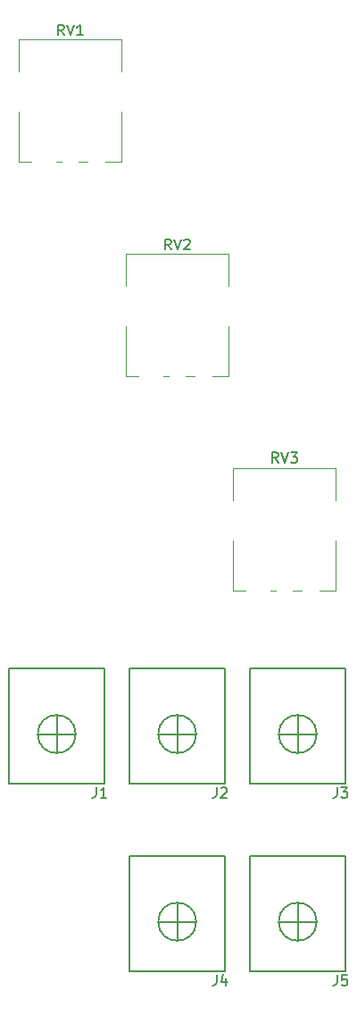
<source format=gto>
G04 #@! TF.GenerationSoftware,KiCad,Pcbnew,6.0.0-d3dd2cf0fa~116~ubuntu20.04.1*
G04 #@! TF.CreationDate,2022-01-02T10:52:25-05:00*
G04 #@! TF.ProjectId,basic_mixer,62617369-635f-46d6-9978-65722e6b6963,0*
G04 #@! TF.SameCoordinates,Original*
G04 #@! TF.FileFunction,Legend,Top*
G04 #@! TF.FilePolarity,Positive*
%FSLAX46Y46*%
G04 Gerber Fmt 4.6, Leading zero omitted, Abs format (unit mm)*
G04 Created by KiCad (PCBNEW 6.0.0-d3dd2cf0fa~116~ubuntu20.04.1) date 2022-01-02 10:52:25*
%MOMM*%
%LPD*%
G01*
G04 APERTURE LIST*
%ADD10C,0.150000*%
%ADD11C,0.120000*%
%ADD12C,1.800000*%
%ADD13O,2.720000X3.240000*%
%ADD14R,1.800000X1.800000*%
%ADD15R,1.700000X1.700000*%
%ADD16O,1.700000X1.700000*%
G04 APERTURE END LIST*
D10*
X148510666Y-115530380D02*
X148510666Y-116244666D01*
X148463047Y-116387523D01*
X148367809Y-116482761D01*
X148224952Y-116530380D01*
X148129714Y-116530380D01*
X148891619Y-115530380D02*
X149510666Y-115530380D01*
X149177333Y-115911333D01*
X149320190Y-115911333D01*
X149415428Y-115958952D01*
X149463047Y-116006571D01*
X149510666Y-116101809D01*
X149510666Y-116339904D01*
X149463047Y-116435142D01*
X149415428Y-116482761D01*
X149320190Y-116530380D01*
X149034476Y-116530380D01*
X148939238Y-116482761D01*
X148891619Y-116435142D01*
X137080666Y-133310380D02*
X137080666Y-134024666D01*
X137033047Y-134167523D01*
X136937809Y-134262761D01*
X136794952Y-134310380D01*
X136699714Y-134310380D01*
X137985428Y-133643714D02*
X137985428Y-134310380D01*
X137747333Y-133262761D02*
X137509238Y-133977047D01*
X138128285Y-133977047D01*
X132754761Y-64587380D02*
X132421428Y-64111190D01*
X132183333Y-64587380D02*
X132183333Y-63587380D01*
X132564285Y-63587380D01*
X132659523Y-63635000D01*
X132707142Y-63682619D01*
X132754761Y-63777857D01*
X132754761Y-63920714D01*
X132707142Y-64015952D01*
X132659523Y-64063571D01*
X132564285Y-64111190D01*
X132183333Y-64111190D01*
X133040476Y-63587380D02*
X133373809Y-64587380D01*
X133707142Y-63587380D01*
X133992857Y-63682619D02*
X134040476Y-63635000D01*
X134135714Y-63587380D01*
X134373809Y-63587380D01*
X134469047Y-63635000D01*
X134516666Y-63682619D01*
X134564285Y-63777857D01*
X134564285Y-63873095D01*
X134516666Y-64015952D01*
X133945238Y-64587380D01*
X134564285Y-64587380D01*
X125650666Y-115530380D02*
X125650666Y-116244666D01*
X125603047Y-116387523D01*
X125507809Y-116482761D01*
X125364952Y-116530380D01*
X125269714Y-116530380D01*
X126650666Y-116530380D02*
X126079238Y-116530380D01*
X126364952Y-116530380D02*
X126364952Y-115530380D01*
X126269714Y-115673238D01*
X126174476Y-115768476D01*
X126079238Y-115816095D01*
X137080666Y-115530380D02*
X137080666Y-116244666D01*
X137033047Y-116387523D01*
X136937809Y-116482761D01*
X136794952Y-116530380D01*
X136699714Y-116530380D01*
X137509238Y-115625619D02*
X137556857Y-115578000D01*
X137652095Y-115530380D01*
X137890190Y-115530380D01*
X137985428Y-115578000D01*
X138033047Y-115625619D01*
X138080666Y-115720857D01*
X138080666Y-115816095D01*
X138033047Y-115958952D01*
X137461619Y-116530380D01*
X138080666Y-116530380D01*
X142914761Y-84780380D02*
X142581428Y-84304190D01*
X142343333Y-84780380D02*
X142343333Y-83780380D01*
X142724285Y-83780380D01*
X142819523Y-83828000D01*
X142867142Y-83875619D01*
X142914761Y-83970857D01*
X142914761Y-84113714D01*
X142867142Y-84208952D01*
X142819523Y-84256571D01*
X142724285Y-84304190D01*
X142343333Y-84304190D01*
X143200476Y-83780380D02*
X143533809Y-84780380D01*
X143867142Y-83780380D01*
X144105238Y-83780380D02*
X144724285Y-83780380D01*
X144390952Y-84161333D01*
X144533809Y-84161333D01*
X144629047Y-84208952D01*
X144676666Y-84256571D01*
X144724285Y-84351809D01*
X144724285Y-84589904D01*
X144676666Y-84685142D01*
X144629047Y-84732761D01*
X144533809Y-84780380D01*
X144248095Y-84780380D01*
X144152857Y-84732761D01*
X144105238Y-84685142D01*
X148510666Y-133310380D02*
X148510666Y-134024666D01*
X148463047Y-134167523D01*
X148367809Y-134262761D01*
X148224952Y-134310380D01*
X148129714Y-134310380D01*
X149463047Y-133310380D02*
X148986857Y-133310380D01*
X148939238Y-133786571D01*
X148986857Y-133738952D01*
X149082095Y-133691333D01*
X149320190Y-133691333D01*
X149415428Y-133738952D01*
X149463047Y-133786571D01*
X149510666Y-133881809D01*
X149510666Y-134119904D01*
X149463047Y-134215142D01*
X149415428Y-134262761D01*
X149320190Y-134310380D01*
X149082095Y-134310380D01*
X148986857Y-134262761D01*
X148939238Y-134215142D01*
X122594761Y-44267380D02*
X122261428Y-43791190D01*
X122023333Y-44267380D02*
X122023333Y-43267380D01*
X122404285Y-43267380D01*
X122499523Y-43315000D01*
X122547142Y-43362619D01*
X122594761Y-43457857D01*
X122594761Y-43600714D01*
X122547142Y-43695952D01*
X122499523Y-43743571D01*
X122404285Y-43791190D01*
X122023333Y-43791190D01*
X122880476Y-43267380D02*
X123213809Y-44267380D01*
X123547142Y-43267380D01*
X124404285Y-44267380D02*
X123832857Y-44267380D01*
X124118571Y-44267380D02*
X124118571Y-43267380D01*
X124023333Y-43410238D01*
X123928095Y-43505476D01*
X123832857Y-43553095D01*
X140280000Y-115190000D02*
X149280000Y-115190000D01*
X140280000Y-104290000D02*
X140280000Y-115190000D01*
X149280000Y-104290000D02*
X149280000Y-115190000D01*
X144780000Y-108690000D02*
X144780000Y-112290000D01*
X142980000Y-110490000D02*
X146580000Y-110490000D01*
X140280000Y-104290000D02*
X149280000Y-104290000D01*
X146580000Y-110490000D02*
G75*
G03*
X146580000Y-110490000I-1800000J0D01*
G01*
X128850000Y-122070000D02*
X137850000Y-122070000D01*
X128850000Y-122070000D02*
X128850000Y-132970000D01*
X131550000Y-128270000D02*
X135150000Y-128270000D01*
X133350000Y-126470000D02*
X133350000Y-130070000D01*
X128850000Y-132970000D02*
X137850000Y-132970000D01*
X137850000Y-122070000D02*
X137850000Y-132970000D01*
X135150000Y-128270000D02*
G75*
G03*
X135150000Y-128270000I-1800000J0D01*
G01*
D11*
X138220000Y-76590000D02*
X136730000Y-76590000D01*
X138220000Y-76590000D02*
X138220000Y-71870000D01*
X129660000Y-76590000D02*
X128480000Y-76590000D01*
X138220000Y-68060000D02*
X138220000Y-65000000D01*
X128480000Y-68060000D02*
X128480000Y-65000000D01*
X132560000Y-76590000D02*
X132030000Y-76590000D01*
X128470000Y-76590000D02*
X128470000Y-71870000D01*
X138220000Y-65000000D02*
X128480000Y-65000000D01*
X135010000Y-76590000D02*
X134180000Y-76590000D01*
D10*
X117420000Y-104290000D02*
X126420000Y-104290000D01*
X117420000Y-115190000D02*
X126420000Y-115190000D01*
X126420000Y-104290000D02*
X126420000Y-115190000D01*
X121920000Y-108690000D02*
X121920000Y-112290000D01*
X120120000Y-110490000D02*
X123720000Y-110490000D01*
X117420000Y-104290000D02*
X117420000Y-115190000D01*
X123720000Y-110490000D02*
G75*
G03*
X123720000Y-110490000I-1800000J0D01*
G01*
X128850000Y-104290000D02*
X137850000Y-104290000D01*
X128850000Y-104290000D02*
X128850000Y-115190000D01*
X133350000Y-108690000D02*
X133350000Y-112290000D01*
X131550000Y-110490000D02*
X135150000Y-110490000D01*
X137850000Y-104290000D02*
X137850000Y-115190000D01*
X128850000Y-115190000D02*
X137850000Y-115190000D01*
X135150000Y-110490000D02*
G75*
G03*
X135150000Y-110490000I-1800000J0D01*
G01*
D11*
X139820000Y-96910000D02*
X138640000Y-96910000D01*
X148380000Y-88380000D02*
X148380000Y-85320000D01*
X148380000Y-96910000D02*
X146890000Y-96910000D01*
X145170000Y-96910000D02*
X144340000Y-96910000D01*
X142720000Y-96910000D02*
X142190000Y-96910000D01*
X148380000Y-85320000D02*
X138640000Y-85320000D01*
X138630000Y-96910000D02*
X138630000Y-92190000D01*
X148380000Y-96910000D02*
X148380000Y-92190000D01*
X138640000Y-88380000D02*
X138640000Y-85320000D01*
D10*
X142980000Y-128270000D02*
X146580000Y-128270000D01*
X144780000Y-126470000D02*
X144780000Y-130070000D01*
X140280000Y-132970000D02*
X149280000Y-132970000D01*
X149280000Y-122070000D02*
X149280000Y-132970000D01*
X140280000Y-122070000D02*
X140280000Y-132970000D01*
X140280000Y-122070000D02*
X149280000Y-122070000D01*
X146580000Y-128270000D02*
G75*
G03*
X146580000Y-128270000I-1800000J0D01*
G01*
D11*
X128060000Y-56270000D02*
X126570000Y-56270000D01*
X118320000Y-47740000D02*
X118320000Y-44680000D01*
X118310000Y-56270000D02*
X118310000Y-51550000D01*
X119500000Y-56270000D02*
X118320000Y-56270000D01*
X124850000Y-56270000D02*
X124020000Y-56270000D01*
X128060000Y-44680000D02*
X118320000Y-44680000D01*
X128060000Y-56270000D02*
X128060000Y-51550000D01*
X122400000Y-56270000D02*
X121870000Y-56270000D01*
X128060000Y-47740000D02*
X128060000Y-44680000D01*
D12*
X144780000Y-116970000D03*
X144780000Y-113870000D03*
X144780000Y-105570000D03*
X133350000Y-134750000D03*
X133350000Y-131650000D03*
X133350000Y-123350000D03*
X121920000Y-116970000D03*
X121920000Y-113870000D03*
X121920000Y-105570000D03*
X133350000Y-116970000D03*
X133350000Y-113870000D03*
X133350000Y-105570000D03*
X144780000Y-134750000D03*
X144780000Y-131650000D03*
X144780000Y-123350000D03*
%LPC*%
X144780000Y-116970000D03*
X144780000Y-113870000D03*
X144780000Y-105570000D03*
X133350000Y-134750000D03*
X133350000Y-131650000D03*
X133350000Y-123350000D03*
D13*
X128550000Y-69970000D03*
X138150000Y-69970000D03*
D14*
X130850000Y-77470000D03*
D12*
X133350000Y-77470000D03*
X135850000Y-77470000D03*
X121920000Y-116970000D03*
X121920000Y-113870000D03*
X121920000Y-105570000D03*
X133350000Y-116970000D03*
X133350000Y-113870000D03*
X133350000Y-105570000D03*
D13*
X148310000Y-90290000D03*
X138710000Y-90290000D03*
D14*
X141010000Y-97790000D03*
D12*
X143510000Y-97790000D03*
X146010000Y-97790000D03*
X144780000Y-134750000D03*
X144780000Y-131650000D03*
X144780000Y-123350000D03*
D13*
X118390000Y-49650000D03*
X127990000Y-49650000D03*
D14*
X120690000Y-57150000D03*
D12*
X123190000Y-57150000D03*
X125690000Y-57150000D03*
D15*
X146050000Y-44450000D03*
D16*
X143510000Y-44450000D03*
X146050000Y-46990000D03*
X143510000Y-46990000D03*
X146050000Y-49530000D03*
X143510000Y-49530000D03*
X146050000Y-52070000D03*
X143510000Y-52070000D03*
X146050000Y-54610000D03*
X143510000Y-54610000D03*
M02*

</source>
